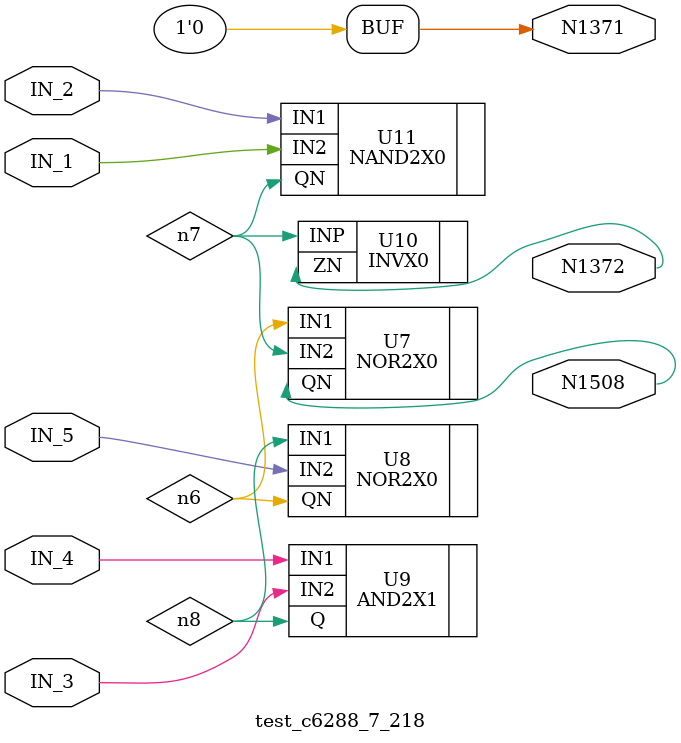
<source format=v>


module test_c6288_7_218 ( IN_1, IN_2, IN_3, IN_4, IN_5, N1371, N1372, N1508 );
  input IN_1, IN_2, IN_3, IN_4, IN_5;
  output N1371, N1372, N1508;
  wire   n6, n7, n8;
  assign N1371 = 1'b0;

  NOR2X0 U7 ( .IN1(n6), .IN2(n7), .QN(N1508) );
  NOR2X0 U8 ( .IN1(n8), .IN2(IN_5), .QN(n6) );
  AND2X1 U9 ( .IN1(IN_4), .IN2(IN_3), .Q(n8) );
  INVX0 U10 ( .INP(n7), .ZN(N1372) );
  NAND2X0 U11 ( .IN1(IN_2), .IN2(IN_1), .QN(n7) );
endmodule


</source>
